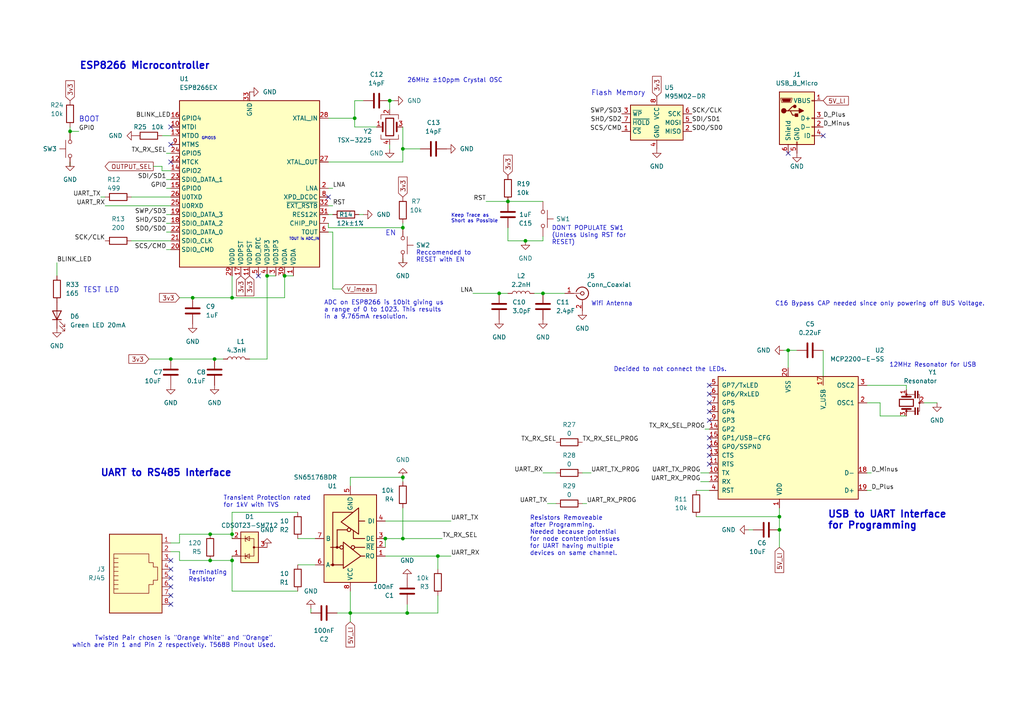
<source format=kicad_sch>
(kicad_sch (version 20230121) (generator eeschema)
  (paper "A4")
  (title_block (title "Local Interface Communication Circuit"))
  (lib_symbols
    (symbol "Connector:Conn_Coaxial" (pin_names (offset 1.016) hide)
      (property "Reference" "J" (at 0.254 3.048 0))
      (property "Value" "Conn_Coaxial" (at 2.921 0 90))
      (symbol "Conn_Coaxial_0_1"
        (arc (start -1.778 -0.508) (mid 0.2311 -1.8066) (end 1.778 0) (stroke (width 0.254)))
        (polyline (pts (xy -2.54 0) (xy -0.508 0)))
        (polyline (pts (xy 0 -2.54) (xy 0 -1.778)))
        (circle (center 0 0) (radius 0.508) (stroke (width 0.2032)))
        (arc (start 1.778 0) (mid 0.2099 1.8101) (end -1.778 0.508) (stroke (width 0.254)))
      )
      (symbol "Conn_Coaxial_1_1"
        (pin passive line (at -5.08 0 0) (length 2.54) (name "In") (number "1"))
        (pin passive line (at 0 -5.08 90) (length 2.54) (name "Ext") (number "2"))
      )
    )
    (symbol "Connector:RJ45" (pin_names (offset 1.016))
      (property "Reference" "J" (at -5.08 13.97 0))
      (property "Value" "RJ45" (at 2.54 13.97 0))
      (symbol "RJ45_0_1"
        (polyline (pts (xy -5.08 4.445) (xy -6.35 4.445)))
        (polyline (pts (xy -5.08 5.715) (xy -6.35 5.715)))
        (polyline (pts (xy -6.35 -3.175) (xy -5.08 -3.175) (xy -5.08 -3.175)))
        (polyline (pts (xy -6.35 -1.905) (xy -5.08 -1.905) (xy -5.08 -1.905)))
        (polyline (pts (xy -6.35 -0.635) (xy -5.08 -0.635) (xy -5.08 -0.635)))
        (polyline (pts (xy -6.35 0.635) (xy -5.08 0.635) (xy -5.08 0.635)))
        (polyline (pts (xy -6.35 1.905) (xy -5.08 1.905) (xy -5.08 1.905)))
        (polyline (pts (xy -5.08 3.175) (xy -6.35 3.175) (xy -6.35 3.175)))
        (polyline (pts (xy -6.35 -4.445) (xy -6.35 6.985) (xy 3.81 6.985) (xy 3.81 4.445) (xy 5.08 4.445) (xy 5.08 3.175) (xy 6.35 3.175) (xy 6.35 -0.635) (xy 5.08 -0.635) (xy 5.08 -1.905) (xy 3.81 -1.905) (xy 3.81 -4.445) (xy -6.35 -4.445) (xy -6.35 -4.445)))
        (rectangle (start 7.62 12.7) (end -7.62 -10.16) (stroke (width 0.254)) (fill (type background)))
      )
      (symbol "RJ45_1_1"
        (pin passive line (at 10.16 -7.62 180) (length 2.54) (name "~") (number "1"))
        (pin passive line (at 10.16 -5.08 180) (length 2.54) (name "~") (number "2"))
        (pin passive line (at 10.16 -2.54 180) (length 2.54) (name "~") (number "3"))
        (pin passive line (at 10.16 0 180) (length 2.54) (name "~") (number "4"))
        (pin passive line (at 10.16 2.54 180) (length 2.54) (name "~") (number "5"))
        (pin passive line (at 10.16 5.08 180) (length 2.54) (name "~") (number "6"))
        (pin passive line (at 10.16 7.62 180) (length 2.54) (name "~") (number "7"))
        (pin passive line (at 10.16 10.16 180) (length 2.54) (name "~") (number "8"))
      )
    )
    (symbol "Connector:USB_B_Micro" (pin_names (offset 1.016))
      (property "Reference" "J" (at -5.08 11.43 0))
      (property "Value" "USB_B_Micro" (at -5.08 8.89 0))
      (symbol "USB_B_Micro_0_1"
        (rectangle (start -5.08 -7.62) (end 5.08 7.62) (stroke (width 0.254)) (fill (type background)))
        (circle (center -3.81 2.159) (radius 0.635) (stroke (width 0.254)) (fill (type outline)))
        (circle (center -0.635 3.429) (radius 0.381) (stroke (width 0.254)) (fill (type outline)))
        (rectangle (start -0.127 -7.62) (end 0.127 -6.858))
        (polyline (pts (xy -1.905 2.159) (xy 0.635 2.159)) (stroke (width 0.254)))
        (polyline (pts (xy -3.175 2.159) (xy -2.54 2.159) (xy -1.27 3.429) (xy -0.635 3.429)) (stroke (width 0.254)))
        (polyline (pts (xy -2.54 2.159) (xy -1.905 2.159) (xy -1.27 0.889) (xy 0 0.889)) (stroke (width 0.254)))
        (polyline (pts (xy 0.635 2.794) (xy 0.635 1.524) (xy 1.905 2.159) (xy 0.635 2.794)) (stroke (width 0.254)) (fill (type outline)))
        (polyline (pts (xy -4.318 5.588) (xy -1.778 5.588) (xy -2.032 4.826) (xy -4.064 4.826) (xy -4.318 5.588)) (fill (type outline)))
        (polyline (pts (xy -4.699 5.842) (xy -4.699 5.588) (xy -4.445 4.826) (xy -4.445 4.572) (xy -1.651 4.572) (xy -1.651 4.826) (xy -1.397 5.588) (xy -1.397 5.842) (xy -4.699 5.842)))
        (rectangle (start 0.254 1.27) (end -0.508 0.508) (stroke (width 0.254)) (fill (type outline)))
        (rectangle (start 5.08 -5.207) (end 4.318 -4.953))
        (rectangle (start 5.08 -2.667) (end 4.318 -2.413))
        (rectangle (start 5.08 -0.127) (end 4.318 0.127))
        (rectangle (start 5.08 4.953) (end 4.318 5.207))
      )
      (symbol "USB_B_Micro_1_1"
        (pin power_out line (at 7.62 5.08 180) (length 2.54) (name "VBUS") (number "1"))
        (pin bidirectional line (at 7.62 -2.54 180) (length 2.54) (name "D-") (number "2"))
        (pin bidirectional line (at 7.62 0 180) (length 2.54) (name "D+") (number "3"))
        (pin passive line (at 7.62 -5.08 180) (length 2.54) (name "ID") (number "4"))
        (pin power_out line (at 0 -10.16 90) (length 2.54) (name "GND") (number "5"))
        (pin passive line (at -2.54 -10.16 90) (length 2.54) (name "Shield") (number "6"))
      )
    )
    (symbol "Device:C" (pin_numbers hide) (pin_names (offset 0.254))
      (property "Reference" "C" (at 0.635 2.54 0))
      (property "Value" "C" (at 0.635 -2.54 0))
      (symbol "C_0_1"
        (polyline (pts (xy -2.032 -0.762) (xy 2.032 -0.762)) (stroke (width 0.508)))
        (polyline (pts (xy -2.032 0.762) (xy 2.032 0.762)) (stroke (width 0.508)))
      )
      (symbol "C_1_1"
        (pin passive line (at 0 3.81 270) (length 2.794) (name "~") (number "1"))
        (pin passive line (at 0 -3.81 90) (length 2.794) (name "~") (number "2"))
      )
    )
    (symbol "Device:Crystal_GND24" (pin_names (offset 1.016) hide)
      (property "Reference" "Y" (at 3.175 5.08 0))
      (property "Value" "Crystal_GND24" (at 3.175 3.175 0))
      (symbol "Crystal_GND24_0_1"
        (rectangle (start -1.143 2.54) (end 1.143 -2.54) (stroke (width 0.3048)))
        (polyline (pts (xy -2.54 0) (xy -2.032 0)))
        (polyline (pts (xy -2.032 -1.27) (xy -2.032 1.27)) (stroke (width 0.508)))
        (polyline (pts (xy 0 -3.81) (xy 0 -3.556)))
        (polyline (pts (xy 0 3.556) (xy 0 3.81)))
        (polyline (pts (xy 2.032 -1.27) (xy 2.032 1.27)) (stroke (width 0.508)))
        (polyline (pts (xy 2.032 0) (xy 2.54 0)))
        (polyline (pts (xy -2.54 -2.286) (xy -2.54 -3.556) (xy 2.54 -3.556) (xy 2.54 -2.286)))
        (polyline (pts (xy -2.54 2.286) (xy -2.54 3.556) (xy 2.54 3.556) (xy 2.54 2.286)))
      )
      (symbol "Crystal_GND24_1_1"
        (pin passive line (at -3.81 0 0) (length 1.27) (name "1") (number "1"))
        (pin passive line (at 0 5.08 270) (length 1.27) (name "2") (number "2"))
        (pin passive line (at 3.81 0 180) (length 1.27) (name "3") (number "3"))
        (pin passive line (at 0 -5.08 90) (length 1.27) (name "4") (number "4"))
      )
    )
    (symbol "Device:L" (pin_numbers hide) (pin_names (offset 1.016) hide)
      (property "Reference" "L" (at -1.27 0 90))
      (property "Value" "L" (at 1.905 0 90))
      (symbol "L_0_1"
        (arc (start 0 -2.54) (mid 0.6323 -1.905) (end 0 -1.27))
        (arc (start 0 -1.27) (mid 0.6323 -0.635) (end 0 0))
        (arc (start 0 0) (mid 0.6323 0.635) (end 0 1.27))
        (arc (start 0 1.27) (mid 0.6323 1.905) (end 0 2.54))
      )
      (symbol "L_1_1"
        (pin passive line (at 0 3.81 270) (length 1.27) (name "1") (number "1"))
        (pin passive line (at 0 -3.81 90) (length 1.27) (name "2") (number "2"))
      )
    )
    (symbol "Device:LED" (pin_numbers hide) (pin_names (offset 1.016) hide)
      (property "Reference" "D" (at 0 2.54 0))
      (property "Value" "LED" (at 0 -2.54 0))
      (symbol "LED_0_1"
        (polyline (pts (xy -1.27 -1.27) (xy -1.27 1.27)) (stroke (width 0.254)))
        (polyline (pts (xy -1.27 0) (xy 1.27 0)))
        (polyline (pts (xy 1.27 -1.27) (xy 1.27 1.27) (xy -1.27 0) (xy 1.27 -1.27)) (stroke (width 0.254)))
        (polyline (pts (xy -3.048 -0.762) (xy -4.572 -2.286) (xy -3.81 -2.286) (xy -4.572 -2.286) (xy -4.572 -1.524)))
        (polyline (pts (xy -1.778 -0.762) (xy -3.302 -2.286) (xy -2.54 -2.286) (xy -3.302 -2.286) (xy -3.302 -1.524)))
      )
      (symbol "LED_1_1"
        (pin passive line (at -3.81 0 0) (length 2.54) (name "K") (number "1"))
        (pin passive line (at 3.81 0 180) (length 2.54) (name "A") (number "2"))
      )
    )
    (symbol "Device:R" (pin_numbers hide) (pin_names (offset 0))
      (property "Reference" "R" (at 2.032 0 90))
      (property "Value" "R" (at 0 0 90))
      (symbol "R_0_1"
        (rectangle (start -1.016 -2.54) (end 1.016 2.54) (stroke (width 0.254)))
      )
      (symbol "R_1_1"
        (pin passive line (at 0 3.81 270) (length 1.27) (name "~") (number "1"))
        (pin passive line (at 0 -3.81 90) (length 1.27) (name "~") (number "2"))
      )
    )
    (symbol "Device:Resonator" (pin_names (offset 1.016) hide)
      (property "Reference" "Y" (at 0 5.715 0))
      (property "Value" "Resonator" (at 0 3.81 0))
      (symbol "Resonator_0_1"
        (rectangle (start -3.429 -3.175) (end -1.397 -3.429) (fill (type outline)))
        (rectangle (start -3.429 -2.413) (end -1.397 -2.667) (fill (type outline)))
        (circle (center -2.413 0) (radius 0.254) (fill (type outline)))
        (rectangle (start -1.016 2.032) (end 1.016 -2.032) (stroke (width 0.3048)))
        (circle (center 0 -3.81) (radius 0.254) (fill (type outline)))
        (polyline (pts (xy -2.413 -2.413) (xy -2.413 0)))
        (polyline (pts (xy -1.905 0) (xy -3.175 0)))
        (polyline (pts (xy -1.778 -1.27) (xy -1.778 1.27)) (stroke (width 0.508)))
        (polyline (pts (xy 1.778 -1.27) (xy 1.778 1.27)) (stroke (width 0.508)))
        (polyline (pts (xy 1.905 0) (xy 2.54 0)))
        (polyline (pts (xy 2.413 0) (xy 2.413 -2.54)))
        (polyline (pts (xy 2.413 -3.302) (xy 2.413 -3.81) (xy -2.413 -3.81) (xy -2.413 -3.302)))
        (rectangle (start 1.397 -3.175) (end 3.429 -3.429) (fill (type outline)))
        (rectangle (start 1.397 -2.413) (end 3.429 -2.667) (fill (type outline)))
        (circle (center 2.413 0) (radius 0.254) (fill (type outline)))
      )
      (symbol "Resonator_1_1"
        (pin passive line (at -3.81 0 0) (length 1.27) (name "1") (number "1"))
        (pin passive line (at 0 -5.08 90) (length 1.27) (name "2") (number "2"))
        (pin passive line (at 3.81 0 180) (length 1.27) (name "3") (number "3"))
      )
    )
    (symbol "Interface_UART:LT1785AxN8"
      (property "Reference" "U1" (at 2.1941 17.78 0))
      (property "Value" "LT1785AxN8" (at 2.1941 15.24 0))
      (symbol "LT1785AxN8_0_1"
        (rectangle (start -7.62 12.7) (end 7.62 -12.7) (stroke (width 0.254)) (fill (type background)))
      )
      (symbol "LT1785AxN8_1_1"
        (circle (center -0.762 2.54) (radius 0.508) (stroke (width 0.254)))
        (polyline (pts (xy -4.191 2.54) (xy -1.27 2.54)) (stroke (width 0.254)))
        (polyline (pts (xy -2.54 -5.08) (xy -4.191 -5.08)) (stroke (width 0.254)))
        (polyline (pts (xy -0.635 -7.62) (xy 5.08 -7.62)) (stroke (width 0.254)))
        (polyline (pts (xy 0.889 -2.54) (xy 3.81 -2.54)) (stroke (width 0.254)))
        (polyline (pts (xy 2.032 7.62) (xy 5.715 7.62)) (stroke (width 0.254)))
        (polyline (pts (xy 3.048 2.54) (xy 5.715 2.54)) (stroke (width 0.254)))
        (polyline (pts (xy 3.81 -2.54) (xy 3.81 2.54)) (stroke (width 0.254)))
        (polyline (pts (xy 5.08 -7.62) (xy 5.08 7.62)) (stroke (width 0.254)))
        (polyline (pts (xy -4.191 0) (xy -0.889 0) (xy -0.889 -2.286)) (stroke (width 0.254)))
        (polyline (pts (xy -3.175 5.08) (xy -4.191 5.08) (xy -4.064 5.08)) (stroke (width 0.254)))
        (polyline (pts (xy -2.413 -5.08) (xy -2.413 -1.27) (xy 2.667 -4.826) (xy -2.413 -8.89) (xy -2.413 -5.08)) (stroke (width 0.254)))
        (polyline (pts (xy 2.032 4.826) (xy 2.032 8.636) (xy -3.048 5.08) (xy 2.032 1.016) (xy 2.032 4.826)) (stroke (width 0.254)))
        (circle (center 0.381 -2.54) (radius 0.508) (stroke (width 0.254)))
        (circle (center 2.54 2.54) (radius 0.508) (stroke (width 0.254)))
        (circle (center 3.81 2.54) (radius 0.2794) (stroke (width 0.254)) (fill (type outline)))
        (circle (center 5.08 7.62) (radius 0.2794) (stroke (width 0.254)) (fill (type outline)))
        (pin output line (at -10.16 5.08 0) (length 2.54) (name "RO") (number "1"))
        (pin input line (at -10.16 2.54 0) (length 2.54) (name "~{RE}") (number "2"))
        (pin input line (at -10.16 0 0) (length 2.54) (name "DE") (number "3"))
        (pin input line (at -10.16 -5.08 0) (length 2.54) (name "DI") (number "4"))
        (pin power_in line (at 0 -15.24 90) (length 2.54) (name "GND") (number "5"))
        (pin bidirectional line (at 10.16 7.62 180) (length 2.54) (name "A") (number "6"))
        (pin bidirectional line (at 10.16 0 180) (length 2.54) (name "B") (number "7"))
        (pin power_in line (at 0 15.24 270) (length 2.54) (name "VCC") (number "8"))
      )
    )
    (symbol "Interface_USB:MCP2200-E-SS" (pin_names (offset 1.016))
      (property "Reference" "U2" (at 20.32 -24.13 0))
      (property "Value" "MCP2200-E-SS" (at 20.32 -21.59 0))
      (symbol "MCP2200-E-SS_0_1"
        (rectangle (start -20.32 17.78) (end 20.32 -17.78) (stroke (width 0.254)) (fill (type background)))
      )
      (symbol "MCP2200-E-SS_1_1"
        (pin power_in line (at -2.54 20.32 270) (length 2.54) (name "VDD") (number "1"))
        (pin output line (at -22.86 10.16 0) (length 2.54) (name "TX") (number "10"))
        (pin output line (at -22.86 7.62 0) (length 2.54) (name "RTS") (number "11"))
        (pin input line (at -22.86 12.7 0) (length 2.54) (name "RX") (number "12"))
        (pin input line (at -22.86 5.08 0) (length 2.54) (name "CTS") (number "13"))
        (pin bidirectional line (at -22.86 -2.54 0) (length 2.54) (name "GP2") (number "14"))
        (pin bidirectional line (at -22.86 0 0) (length 2.54) (name "GP1/USB-CFG") (number "15"))
        (pin bidirectional line (at -22.86 2.54 0) (length 2.54) (name "GP0/SSPND") (number "16"))
        (pin power_in line (at 10.16 -17.78 90) (length 2.54) (name "V_USB") (number "17"))
        (pin bidirectional line (at 22.86 10.16 180) (length 2.54) (name "D-") (number "18"))
        (pin bidirectional line (at 22.86 15.24 180) (length 2.54) (name "D+") (number "19"))
        (pin input line (at 22.86 -10.16 180) (length 2.54) (name "OSC1") (number "2"))
        (pin power_in line (at 0 -20.32 90) (length 2.54) (name "VSS") (number "20"))
        (pin output line (at 22.86 -15.24 180) (length 2.54) (name "OSC2") (number "3"))
        (pin input line (at -22.86 15.24 0) (length 2.54) (name "RST") (number "4"))
        (pin bidirectional line (at -22.86 -15.24 0) (length 2.54) (name "GP7/TxLED") (number "5"))
        (pin bidirectional line (at -22.86 -12.7 0) (length 2.54) (name "GP6/RxLED") (number "6"))
        (pin bidirectional line (at -22.86 -10.16 0) (length 2.54) (name "GP5") (number "7"))
        (pin bidirectional line (at -22.86 -7.62 0) (length 2.54) (name "GP4") (number "8"))
        (pin bidirectional line (at -22.86 -5.08 0) (length 2.54) (name "GP3") (number "9"))
      )
    )
    (symbol "MCU_Espressif:ESP8266EX"
      (property "Reference" "U" (at 0 2.54 0))
      (property "Value" "ESP8266EX" (at 0 -2.54 0))
      (symbol "ESP8266EX_0_1"
        (rectangle (start -20.32 22.86) (end 20.32 -25.4) (stroke (width 0.254)) (fill (type background)))
      )
      (symbol "ESP8266EX_1_1"
        (pin power_in line (at -12.7 25.4 270) (length 2.54) (name "VDDA") (number "1"))
        (pin bidirectional line (at 22.86 -17.78 180) (length 2.54) (name "MTDI") (number "10"))
        (pin power_in line (at 0 25.4 270) (length 2.54) (name "VDDPST") (number "11"))
        (pin bidirectional line (at 22.86 -7.62 180) (length 2.54) (name "MTCK") (number "12"))
        (pin bidirectional line (at 22.86 -15.24 180) (length 2.54) (name "MTDO") (number "13"))
        (pin bidirectional line (at 22.86 -5.08 180) (length 2.54) (name "GPIO2") (number "14"))
        (pin bidirectional line (at 22.86 0 180) (length 2.54) (name "GPIO0") (number "15"))
        (pin bidirectional line (at 22.86 -20.32 180) (length 2.54) (name "GPIO4") (number "16"))
        (pin power_in line (at 2.54 25.4 270) (length 2.54) (name "VDDPST") (number "17"))
        (pin bidirectional line (at 22.86 10.16 180) (length 2.54) (name "SDIO_DATA_2") (number "18"))
        (pin bidirectional line (at 22.86 7.62 180) (length 2.54) (name "SDIO_DATA_3") (number "19"))
        (pin bidirectional line (at -22.86 0 0) (length 2.54) (name "LNA") (number "2"))
        (pin bidirectional line (at 22.86 17.78 180) (length 2.54) (name "SDIO_CMD") (number "20"))
        (pin bidirectional line (at 22.86 15.24 180) (length 2.54) (name "SDIO_CLK") (number "21"))
        (pin bidirectional line (at 22.86 12.7 180) (length 2.54) (name "SDIO_DATA_0") (number "22"))
        (pin bidirectional line (at 22.86 -2.54 180) (length 2.54) (name "SDIO_DATA_1") (number "23"))
        (pin bidirectional line (at 22.86 -10.16 180) (length 2.54) (name "GPIO5") (number "24"))
        (pin bidirectional line (at 22.86 5.08 180) (length 2.54) (name "U0RXD") (number "25"))
        (pin bidirectional line (at 22.86 2.54 180) (length 2.54) (name "U0TXD") (number "26"))
        (pin bidirectional line (at -22.86 -7.62 0) (length 2.54) (name "XTAL_OUT") (number "27"))
        (pin bidirectional line (at -22.86 -20.32 0) (length 2.54) (name "XTAL_IN") (number "28"))
        (pin power_in line (at 5.08 25.4 270) (length 2.54) (name "VDDD") (number "29"))
        (pin power_in line (at -7.62 25.4 270) (length 2.54) (name "VDD3P3") (number "3"))
        (pin power_in line (at -10.16 25.4 270) (length 2.54) (name "VDDA") (number "30"))
        (pin input line (at -22.86 7.62 0) (length 2.54) (name "RES12K") (number "31"))
        (pin input line (at -22.86 5.08 0) (length 2.54) (name "~{EXT_RSTB}") (number "32"))
        (pin power_in line (at 0 -27.94 90) (length 2.54) (name "GND") (number "33"))
        (pin power_in line (at -5.08 25.4 270) (length 2.54) (name "VDD3P3") (number "4"))
        (pin power_in line (at -2.54 25.4 270) (length 2.54) (name "VDD_RTC") (number "5"))
        (pin input line (at -22.86 12.7 0) (length 2.54) (name "TOUT") (number "6"))
        (pin input line (at -22.86 10.16 0) (length 2.54) (name "CHIP_PU") (number "7"))
        (pin bidirectional line (at -22.86 2.54 0) (length 2.54) (name "XPD_DCDC") (number "8"))
        (pin bidirectional line (at 22.86 -12.7 180) (length 2.54) (name "MTMS") (number "9"))
      )
    )
    (symbol "Memory_EEPROM:CAT250xxx-HU4"
      (property "Reference" "U" (at -7.62 6.35 0))
      (property "Value" "CAT250xxx-HU4" (at 2.54 -6.35 0))
      (symbol "CAT250xxx-HU4_1_1"
        (rectangle (start -7.62 5.08) (end 7.62 -5.08) (stroke (width 0.254)) (fill (type background)))
        (pin input line (at -10.16 -2.54 0) (length 2.54) (name "~{CS}") (number "1"))
        (pin tri_state line (at 10.16 -2.54 180) (length 2.54) (name "MISO") (number "2"))
        (pin input line (at -10.16 2.54 0) (length 2.54) (name "~{WP}") (number "3"))
        (pin power_in line (at 0 -7.62 90) (length 2.54) (name "GND") (number "4"))
        (pin input line (at 10.16 0 180) (length 2.54) (name "MOSI") (number "5"))
        (pin input line (at 10.16 2.54 180) (length 2.54) (name "SCK") (number "6"))
        (pin input line (at -10.16 0 0) (length 2.54) (name "~{HOLD}") (number "7"))
        (pin power_in line (at 0 7.62 270) (length 2.54) (name "VCC") (number "8"))
        (pin passive line (at 0 -7.62 90) (length 2.54) hide (name "GND") (number "9"))
      )
    )
    (symbol "Power_Protection:SP0502BAHT" (pin_names hide)
      (property "Reference" "D" (at 5.715 2.54 0))
      (property "Value" "SP0502BAHT" (at 5.715 0.635 0))
      (symbol "SP0502BAHT_0_0"
        (pin passive line (at 0 -5.08 90) (length 2.54) (name "A") (number "3"))
      )
      (symbol "SP0502BAHT_0_1"
        (rectangle (start -4.445 2.54) (end 4.445 -2.54) (stroke (width 0.254)) (fill (type background)))
        (circle (center 0 -1.27) (radius 0.254) (fill (type outline)))
        (polyline (pts (xy -2.54 2.54) (xy -2.54 1.27)))
        (polyline (pts (xy 0 -1.27) (xy 0 -2.54)))
        (polyline (pts (xy 2.54 2.54) (xy 2.54 1.27)))
        (polyline (pts (xy -3.302 1.016) (xy -3.302 1.27) (xy -1.905 1.27) (xy -1.778 1.27)))
        (polyline (pts (xy -2.54 1.27) (xy -2.54 -1.27) (xy 2.54 -1.27) (xy 2.54 1.27)))
        (polyline (pts (xy -2.54 1.27) (xy -1.905 0) (xy -3.175 0) (xy -2.54 1.27)))
        (polyline (pts (xy 1.778 1.016) (xy 1.778 1.27) (xy 3.175 1.27) (xy 3.302 1.27)))
        (polyline (pts (xy 2.54 1.27) (xy 1.905 0) (xy 3.175 0) (xy 2.54 1.27)))
      )
      (symbol "SP0502BAHT_1_1"
        (pin passive line (at -2.54 5.08 270) (length 2.54) (name "K") (number "1"))
        (pin passive line (at 2.54 5.08 270) (length 2.54) (name "K") (number "2"))
      )
    )
    (symbol "Switch:SW_Push" (pin_numbers hide) (pin_names (offset 1.016) hide)
      (property "Reference" "SW" (at 1.27 2.54 0))
      (property "Value" "SW_Push" (at 0 -1.524 0))
      (symbol "SW_Push_0_1"
        (circle (center -2.032 0) (radius 0.508))
        (polyline (pts (xy 0 1.27) (xy 0 3.048)))
        (polyline (pts (xy 2.54 1.27) (xy -2.54 1.27)))
        (circle (center 2.032 0) (radius 0.508))
        (pin passive line (at -5.08 0 0) (length 2.54) (name "1") (number "1"))
        (pin passive line (at 5.08 0 180) (length 2.54) (name "2") (number "2"))
      )
    )
    (symbol "power:GND" (power) (pin_names (offset 0))
      (property "Value" "GND" (at 0 -3.81 0))
      (symbol "GND_0_1"
        (polyline (pts (xy 0 0) (xy 0 -1.27) (xy 1.27 -1.27) (xy 0 -2.54) (xy -1.27 -1.27) (xy 0 -1.27)))
      )
      (symbol "GND_1_1"
        (pin power_in line (at 0 0 270) (length 0) hide (name "GND") (number "1"))
      )
    )
  )
  (junction (at 157.48 85.09))
  (junction (at 60.96 162.56))
  (junction (at 82.55 80.01))
  (junction (at 152.4 69.85))
  (junction (at 118.11 177.8))
  (junction (at 20.32 38.1))
  (junction (at 226.06 149.86))
  (junction (at 67.31 154.94))
  (junction (at 226.06 153.67))
  (junction (at 77.47 80.01))
  (junction (at 116.84 66.04))
  (junction (at 116.84 156.21))
  (junction (at 67.31 162.56))
  (junction (at 147.32 58.42))
  (junction (at 127 161.29))
  (junction (at 116.84 138.43))
  (junction (at 111.76 156.21))
  (junction (at 101.6 177.8))
  (junction (at 55.88 86.36))
  (junction (at 49.53 104.14))
  (junction (at 144.78 85.09))
  (junction (at 60.96 154.94))
  (junction (at 116.84 43.18))
  (junction (at 62.23 104.14))
  (junction (at 228.6 101.6))
  (junction (at 67.31 86.36))
  (junction (at 113.03 29.21))
  (junction (at 102.87 34.29))
  (no_connect (at 49.53 165.1))
  (no_connect (at 49.53 46.99))
  (no_connect (at 49.53 170.18))
  (no_connect (at 205.74 134.62))
  (no_connect (at 74.93 80.01))
  (no_connect (at 95.25 57.15))
  (no_connect (at 49.53 172.72))
  (no_connect (at 49.53 162.56))
  (no_connect (at 49.53 41.91))
  (no_connect (at 238.76 39.37))
  (no_connect (at 205.74 116.84))
  (no_connect (at 205.74 119.38))
  (no_connect (at 49.53 175.26))
  (no_connect (at 205.74 114.3))
  (no_connect (at 205.74 111.76))
  (no_connect (at 205.74 121.92))
  (no_connect (at 49.53 167.64))
  (no_connect (at 205.74 129.54))
  (no_connect (at 205.74 132.08))
  (no_connect (at 228.6 44.45))
  (no_connect (at 49.53 36.83))
  (no_connect (at 205.74 127))
  (wire (pts (xy 137.16 85.09) (xy 144.78 85.09)))
  (wire (pts (xy 20.32 38.1) (xy 22.86 38.1)))
  (wire (pts (xy 170.18 146.05) (xy 168.91 146.05)))
  (wire (pts (xy 154.94 85.09) (xy 157.48 85.09)))
  (wire (pts (xy 86.36 171.45) (xy 67.31 171.45)))
  (wire (pts (xy 105.41 62.23) (xy 104.14 62.23)))
  (wire (pts (xy 29.21 57.15) (xy 30.48 57.15)))
  (wire (pts (xy 52.07 162.56) (xy 52.07 160.02)))
  (wire (pts (xy 130.81 151.13) (xy 111.76 151.13)))
  (wire (pts (xy 228.6 101.6) (xy 228.6 106.68)))
  (wire (pts (xy 255.27 120.65) (xy 255.27 116.84)))
  (wire (pts (xy 52.07 86.36) (xy 55.88 86.36)))
  (wire (pts (xy 48.26 64.77) (xy 49.53 64.77)))
  (wire (pts (xy 252.73 137.16) (xy 251.46 137.16)))
  (wire (pts (xy 130.81 161.29) (xy 127 161.29)))
  (wire (pts (xy 91.44 163.83) (xy 86.36 163.83)))
  (wire (pts (xy 205.74 142.24) (xy 201.93 142.24)))
  (wire (pts (xy 77.47 80.01) (xy 80.01 80.01)))
  (wire (pts (xy 157.48 68.58) (xy 157.48 69.85)))
  (wire (pts (xy 46.99 48.26) (xy 46.99 49.53)))
  (wire (pts (xy 48.26 62.23) (xy 49.53 62.23)))
  (wire (pts (xy 127 165.1) (xy 127 161.29)))
  (wire (pts (xy 96.52 62.23) (xy 95.25 62.23)))
  (wire (pts (xy 95.25 67.31) (xy 96.52 67.31)))
  (wire (pts (xy 158.75 146.05) (xy 161.29 146.05)))
  (wire (pts (xy 116.84 139.7) (xy 116.84 138.43)))
  (wire (pts (xy 116.84 43.18) (xy 121.92 43.18)))
  (wire (pts (xy 46.99 39.37) (xy 49.53 39.37)))
  (wire (pts (xy 91.44 156.21) (xy 86.36 156.21)))
  (wire (pts (xy 20.32 48.26) (xy 20.32 46.99)))
  (wire (pts (xy 114.3 29.21) (xy 113.03 29.21)))
  (wire (pts (xy 228.6 101.6) (xy 227.33 101.6)))
  (wire (pts (xy 85.09 80.01) (xy 82.55 80.01)))
  (wire (pts (xy 55.88 86.36) (xy 67.31 86.36)))
  (wire (pts (xy 62.23 104.14) (xy 49.53 104.14)))
  (wire (pts (xy 252.73 142.24) (xy 251.46 142.24)))
  (wire (pts (xy 111.76 158.75) (xy 111.76 156.21)))
  (wire (pts (xy 67.31 148.59) (xy 67.31 154.94)))
  (wire (pts (xy 262.89 111.76) (xy 251.46 111.76)))
  (wire (pts (xy 171.45 137.16) (xy 168.91 137.16)))
  (wire (pts (xy 113.03 41.91) (xy 113.03 43.18)))
  (wire (pts (xy 113.03 29.21) (xy 113.03 31.75)))
  (wire (pts (xy 101.6 177.8) (xy 97.79 177.8)))
  (wire (pts (xy 60.96 162.56) (xy 52.07 162.56)))
  (wire (pts (xy 90.17 177.8) (xy 90.17 176.53)))
  (wire (pts (xy 226.06 149.86) (xy 226.06 153.67)))
  (wire (pts (xy 147.32 69.85) (xy 147.32 66.04)))
  (wire (pts (xy 96.52 83.82) (xy 99.06 83.82)))
  (wire (pts (xy 128.27 156.21) (xy 116.84 156.21)))
  (wire (pts (xy 96.52 59.69) (xy 95.25 59.69)))
  (wire (pts (xy 204.47 124.46) (xy 205.74 124.46)))
  (wire (pts (xy 44.45 48.26) (xy 46.99 48.26)))
  (wire (pts (xy 118.11 177.8) (xy 118.11 175.26)))
  (wire (pts (xy 116.84 46.99) (xy 95.25 46.99)))
  (wire (pts (xy 116.84 156.21) (xy 116.84 147.32)))
  (wire (pts (xy 52.07 157.48) (xy 52.07 154.94)))
  (wire (pts (xy 127 177.8) (xy 118.11 177.8)))
  (wire (pts (xy 226.06 158.75) (xy 226.06 153.67)))
  (wire (pts (xy 46.99 49.53) (xy 49.53 49.53)))
  (wire (pts (xy 20.32 36.83) (xy 20.32 38.1)))
  (wire (pts (xy 48.26 54.61) (xy 49.53 54.61)))
  (wire (pts (xy 157.48 137.16) (xy 161.29 137.16)))
  (wire (pts (xy 157.48 58.42) (xy 147.32 58.42)))
  (wire (pts (xy 157.48 85.09) (xy 163.83 85.09)))
  (wire (pts (xy 101.6 177.8) (xy 101.6 171.45)))
  (wire (pts (xy 96.52 54.61) (xy 95.25 54.61)))
  (wire (pts (xy 48.26 44.45) (xy 49.53 44.45)))
  (wire (pts (xy 43.18 104.14) (xy 49.53 104.14)))
  (wire (pts (xy 203.2 137.16) (xy 205.74 137.16)))
  (wire (pts (xy 101.6 138.43) (xy 116.84 138.43)))
  (wire (pts (xy 95.25 34.29) (xy 102.87 34.29)))
  (wire (pts (xy 255.27 116.84) (xy 251.46 116.84)))
  (wire (pts (xy 116.84 66.04) (xy 116.84 64.77)))
  (wire (pts (xy 64.77 104.14) (xy 62.23 104.14)))
  (wire (pts (xy 16.51 76.2) (xy 16.51 80.01)))
  (wire (pts (xy 116.84 43.18) (xy 116.84 46.99)))
  (wire (pts (xy 67.31 86.36) (xy 67.31 80.01)))
  (wire (pts (xy 102.87 36.83) (xy 109.22 36.83)))
  (wire (pts (xy 95.25 66.04) (xy 95.25 64.77)))
  (wire (pts (xy 147.32 85.09) (xy 144.78 85.09)))
  (wire (pts (xy 140.97 58.42) (xy 147.32 58.42)))
  (wire (pts (xy 262.89 120.65) (xy 255.27 120.65)))
  (wire (pts (xy 102.87 29.21) (xy 102.87 34.29)))
  (wire (pts (xy 95.25 66.04) (xy 116.84 66.04)))
  (wire (pts (xy 127 161.29) (xy 111.76 161.29)))
  (wire (pts (xy 238.76 101.6) (xy 238.76 109.22)))
  (wire (pts (xy 67.31 162.56) (xy 60.96 162.56)))
  (wire (pts (xy 60.96 154.94) (xy 52.07 154.94)))
  (wire (pts (xy 96.52 67.31) (xy 96.52 83.82)))
  (wire (pts (xy 111.76 156.21) (xy 116.84 156.21)))
  (wire (pts (xy 127 177.8) (xy 127 172.72)))
  (wire (pts (xy 226.06 147.32) (xy 226.06 149.86)))
  (wire (pts (xy 86.36 148.59) (xy 67.31 148.59)))
  (wire (pts (xy 67.31 86.36) (xy 82.55 86.36)))
  (wire (pts (xy 82.55 80.01) (xy 82.55 86.36)))
  (wire (pts (xy 102.87 34.29) (xy 102.87 36.83)))
  (wire (pts (xy 67.31 171.45) (xy 67.31 162.56)))
  (wire (pts (xy 116.84 76.2) (xy 116.84 74.93)))
  (wire (pts (xy 226.06 149.86) (xy 201.93 149.86)))
  (wire (pts (xy 118.11 177.8) (xy 101.6 177.8)))
  (wire (pts (xy 101.6 140.97) (xy 101.6 138.43)))
  (wire (pts (xy 67.31 154.94) (xy 60.96 154.94)))
  (wire (pts (xy 152.4 69.85) (xy 157.48 69.85)))
  (wire (pts (xy 52.07 157.48) (xy 49.53 157.48)))
  (wire (pts (xy 116.84 36.83) (xy 116.84 43.18)))
  (wire (pts (xy 101.6 180.34) (xy 101.6 177.8)))
  (wire (pts (xy 30.48 59.69) (xy 49.53 59.69)))
  (wire (pts (xy 48.26 72.39) (xy 49.53 72.39)))
  (wire (pts (xy 67.31 154.94) (xy 67.31 156.21)))
  (wire (pts (xy 38.1 69.85) (xy 49.53 69.85)))
  (wire (pts (xy 52.07 160.02) (xy 49.53 160.02)))
  (wire (pts (xy 77.47 104.14) (xy 72.39 104.14)))
  (wire (pts (xy 77.47 80.01) (xy 77.47 104.14)))
  (wire (pts (xy 271.78 116.84) (xy 267.97 116.84)))
  (wire (pts (xy 231.14 101.6) (xy 228.6 101.6)))
  (wire (pts (xy 152.4 69.85) (xy 147.32 69.85)))
  (wire (pts (xy 105.41 29.21) (xy 102.87 29.21)))
  (wire (pts (xy 48.26 67.31) (xy 49.53 67.31)))
  (wire (pts (xy 48.26 52.07) (xy 49.53 52.07)))
  (wire (pts (xy 218.44 153.67) (xy 217.17 153.67)))
  (wire (pts (xy 67.31 162.56) (xy 67.31 161.29)))
  (wire (pts (xy 38.1 57.15) (xy 49.53 57.15)))
  (wire (pts (xy 203.2 139.7) (xy 205.74 139.7)))
  (wire (pts (xy 262.89 113.03) (xy 262.89 111.76)))
  (text "Decided to not connect the LEDs." (at 210.82 107.95 0) (effects (font (size 1.27 1.27)) (justify right bottom)))
  (text "Transient Protection rated\nfor 1kV with TVS" (at 64.77 147.32 0) (effects (font (size 1.27 1.27)) (justify left bottom)))
  (text "TOUT is ADC_IN" (at 83.82 69.85 0) (effects (font (size 0.75 0.75)) (justify left bottom)))
  (text "26MHz ±10ppm Crystal OSC" (at 118.11 24.13 0) (effects (font (size 1.27 1.27)) (justify left bottom)))
  (text "USB to UART Interface\nfor Programming" (at 240.03 153.67 0) (effects (font (size 2 2) (thickness 0.4) bold) (justify left bottom)))
  (text "EN" (at 111.76 68.58 0) (effects (font (size 1.5 1.5)) (justify left bottom)))
  (text "GPIO15" (at 58.42 40.64 0) (effects (font (size 0.75 0.75)) (justify left bottom)))
  (text "Keep Trace as \nShort as Possible" (at 130.81 64.77 0) (effects (font (size 1 1)) (justify left bottom)))
  (text "ADC on ESP8266 is 10bit giving us \na range of 0 to 1023. This results\nin a 9.765mA resolution. " (at 93.98 92.71 0) (effects (font (size 1.27 1.27)) (justify left bottom)))
  (text "UART to RS485 Interface" (at 67.31 138.43 0) (effects (font (size 2 2) (thickness 0.4) bold) (justify right bottom)))
  (text "TEST LED" (at 24.13 85.09 0) (effects (font (size 1.5 1.5)) (justify left bottom)))
  (text "Reccomended to \nRESET with EN" (at 120.65 76.2 0) (effects (font (size 1.27 1.27)) (justify left bottom)))
  (text "C16 Bypass CAP needed since only powering off BUS Voltage." (at 224.79 88.9 0) (effects (font (size 1.27 1.27)) (justify left bottom)))
  (text "12MHz Resonator for USB" (at 283.21 106.68 0) (effects (font (size 1.27 1.27)) (justify right bottom)))
  (text "DON'T POPULATE SW1\n(Unless Using RST for\nRESET)" (at 160.02 71.12 0) (effects (font (size 1.27 1.27)) (justify left bottom)))
  (text "Terminating \nResistor" (at 54.61 168.91 0) (effects (font (size 1.27 1.27)) (justify left bottom)))
  (text "Twisted Pair chosen is \"Orange White\" and \"Orange\" \nwhich are Pin 1 and Pin 2 respectively. T568B Pinout Used." (at 80.01 187.96 0) (effects (font (size 1.27 1.27)) (justify right bottom)))
  (text "Resistors Removeable \nafter Programming.\nNeeded because potential\nfor node contention issues\nfor UART having multiple\ndevices on same channel. " (at 153.67 161.29 0) (effects (font (size 1.27 1.27)) (justify left bottom)))
  (text "ESP8266 Microcontroller" (at 60.96 20.32 0) (effects (font (size 2 2) (thickness 0.4) bold) (justify right bottom)))
  (text "Flash Memory" (at 171.45 27.94 0) (effects (font (size 1.5 1.5)) (justify left bottom)))
  (text "Wifi Antenna" (at 171.45 88.9 0) (effects (font (size 1.27 1.27)) (justify left bottom)))
  (text "BOOT" (at 22.86 35.56 0) (effects (font (size 1.5 1.5)) (justify left bottom)))
  (label "UART_TX" (at 130.81 151.13 0))
  (label "SDI{slash}SD1" (at 200.66 35.56 0))
  (label "SHD{slash}SD2" (at 180.34 35.56 180))
  (label "GPI0" (at 48.26 54.61 180))
  (label "SDO{slash}SD0" (at 200.66 38.1 0))
  (label "SCS{slash}CMD" (at 48.26 72.39 180))
  (label "UART_RX_PROG" (at 203.2 139.7 180))
  (label "SCK{slash}CLK" (at 200.66 33.02 0))
  (label "TX_RX_SEL" (at 161.29 128.27 180))
  (label "TX_RX_SEL" (at 128.27 156.21 0))
  (label "SHD{slash}SD2" (at 48.26 64.77 180))
  (label "BLINK_LED" (at 49.53 34.29 180))
  (label "LNA" (at 137.16 85.09 180))
  (label "UART_RX_PROG" (at 170.18 146.05 0))
  (label "SDO{slash}SD0" (at 48.26 67.31 180))
  (label "TX_RX_SEL_PROG" (at 168.91 128.27 0))
  (label "D_Minus" (at 252.73 137.16 0))
  (label "UART_RX" (at 157.48 137.16 180))
  (label "UART_RX" (at 30.48 59.69 180))
  (label "RST" (at 140.97 58.42 180))
  (label "SCS{slash}CMD" (at 180.34 38.1 180))
  (label "UART_TX_PROG" (at 203.2 137.16 180))
  (label "BLINK_LED" (at 16.51 76.2 0))
  (label "D_Plus" (at 238.76 34.29 0))
  (label "SWP{slash}SD3" (at 48.26 62.23 180))
  (label "TX_RX_SEL_PROG" (at 204.47 124.46 180))
  (label "TX_RX_SEL" (at 48.26 44.45 180))
  (label "GPI0" (at 22.86 38.1 0))
  (label "UART_TX_PROG" (at 171.45 137.16 0))
  (label "SDI{slash}SD1" (at 48.26 52.07 180))
  (label "RST" (at 96.52 59.69 0))
  (label "D_Minus" (at 238.76 36.83 0))
  (label "UART_TX" (at 29.21 57.15 180))
  (label "LNA" (at 96.52 54.61 0))
  (label "UART_RX" (at 130.81 161.29 0))
  (label "SWP{slash}SD3" (at 180.34 33.02 180))
  (label "SCK{slash}CLK" (at 30.48 69.85 180))
  (label "UART_TX" (at 158.75 146.05 180))
  (label "D_Plus" (at 252.73 142.24 0))
  (global_label "3v3" (shape input) (at 72.39 80.01 270) (property "Intersheetrefs" "${INTERSHEET_REFS}" (effects hide)))
  (global_label "3v3" (shape input) (at 52.07 86.36 180) (property "Intersheetrefs" "${INTERSHEET_REFS}" (effects hide)))
  (global_label "5V_LI" (shape input) (at 226.06 158.75 270) (property "Intersheetrefs" "${INTERSHEET_REFS}" (effects hide)))
  (global_label "3v3" (shape input) (at 20.32 29.21 90) (property "Intersheetrefs" "${INTERSHEET_REFS}" (effects hide)))
  (global_label "3v3" (shape input) (at 147.32 50.8 90) (property "Intersheetrefs" "${INTERSHEET_REFS}" (effects hide)))
  (global_label "3v3" (shape input) (at 69.85 80.01 270) (property "Intersheetrefs" "${INTERSHEET_REFS}" (effects hide)))
  (global_label "3v3" (shape input) (at 116.84 57.15 90) (property "Intersheetrefs" "${INTERSHEET_REFS}" (effects hide)))
  (global_label "5V_LI" (shape input) (at 101.6 180.34 270) (property "Intersheetrefs" "${INTERSHEET_REFS}" (effects hide)))
  (global_label "V_imeas" (shape input) (at 99.06 83.82 0) (property "Intersheetrefs" "${INTERSHEET_REFS}" (effects hide)))
  (global_label "OUTPUT_SEL" (shape output) (at 44.45 48.26 180) (property "Intersheetrefs" "${INTERSHEET_REFS}" (effects hide)))
  (global_label "3v3" (shape input) (at 43.18 104.14 180) (property "Intersheetrefs" "${INTERSHEET_REFS}" (effects hide)))
  (global_label "5V_LI" (shape input) (at 238.76 29.21 0) (property "Intersheetrefs" "${INTERSHEET_REFS}" (effects hide)))
  (global_label "3v3" (shape input) (at 190.5 27.94 90) (property "Intersheetrefs" "${INTERSHEET_REFS}" (effects hide)))
  (symbol (lib_id "Device:R") (at 165.1 146.05 90) (unit 1)
    (property "Reference" "R29" (at 165.1 140.97 90))
    (property "Value" "0" (at 165.1 143.51 90))
  )
  (symbol (lib_id "Device:R") (at 60.96 158.75 180) (unit 1)
    (property "Reference" "R5" (at 58.42 160.02 0) (effects (justify left)))
    (property "Value" "120" (at 58.42 157.48 0) (effects (justify left)))
    (instances (project "james_ewing_ee_design_take_home" (path "" (reference "R5") (unit 1)) (path "" (reference "R6") (unit 1))))
  )
  (symbol (lib_id "Device:R") (at 165.1 137.16 90) (unit 1)
    (property "Reference" "R28" (at 165.1 132.08 90))
    (property "Value" "0" (at 165.1 134.62 90))
  )
  (symbol (lib_id "Device:L") (at 68.58 104.14 270) (mirror x) (unit 1)
    (property "Reference" "L1" (at 69.85 99.06 90))
    (property "Value" "4.3nH" (at 68.58 101.6 90))
  )
  (symbol (lib_id "Device:L") (at 151.13 85.09 90) (unit 1)
    (property "Reference" "L2" (at 151.13 80.01 90))
    (property "Value" "2.2nH" (at 151.13 82.55 90))
  )
  (symbol (lib_id "power:GND") (at 118.11 167.64 180) (unit 1)
    (property "Reference" "#PWR03" (effects hide))
    (property "Value" "GND" (at 118.11 162.56 0))
    (instances (project "james_ewing_ee_design_take_home" (path "" (reference "#PWR03") (unit 1)) (path "" (reference "#PWR09") (unit 1))))
  )
  (symbol (lib_id "power:GND") (at 16.51 95.25 0) (unit 1)
    (property "Reference" "#PWR044" (effects hide))
    (property "Value" "GND" (at 16.51 100.33 0))
  )
  (symbol (lib_id "Switch:SW_Push") (at 157.48 63.5 270) (unit 1)
    (property "Reference" "SW1" (at 161.29 63.5 90) (effects (justify left)))
    (property "Value" "RST" (effects hide))
  )
  (symbol (lib_id "power:GND") (at 113.03 43.18 0) (unit 1)
    (property "Reference" "#PWR025" (effects hide))
    (property "Value" "GND" (at 109.22 44.45 0))
  )
  (symbol (lib_id "MCU_Espressif:ESP8266EX") (at 72.39 54.61 180) (unit 1)
    (property "Reference" "U1" (at 52.07 22.86 0) (effects (justify right)))
    (property "Value" "ESP8266EX" (at 52.07 25.4 0) (effects (justify right)))
    (property "Footprint" "Package_DFN_QFN:QFN-32-1EP_5x5mm_P0.5mm_EP3.45x3.45mm" (effects hide))
    (property "Datasheet" "http://espressif.com/sites/default/files/documentation/0a-esp8266ex_datasheet_en.pdf" (effects hide))
  )
  (symbol (lib_id "Connector:Conn_Coaxial") (at 168.91 85.09 0) (unit 1)
    (property "Reference" "J5" (at 170.18 80.01 0) (effects (justify left)))
    (property "Value" "Conn_Coaxial" (at 170.18 82.55 0) (effects (justify left)))
    (property "Datasheet" " ~" (effects hide))
  )
  (symbol (lib_id "power:GND") (at 105.41 62.23 90) (unit 1)
    (property "Reference" "#PWR021" (effects hide))
    (property "Value" "GND" (at 109.22 62.23 90) (effects (justify right)))
  )
  (symbol (lib_id "power:GND") (at 190.5 43.18 0) (unit 1)
    (property "Reference" "#PWR022" (effects hide))
    (property "Value" "GND" (at 190.5 48.26 0))
  )
  (symbol (lib_id "Device:R") (at 116.84 60.96 180) (unit 1)
    (property "Reference" "R7" (at 120.65 58.42 0))
    (property "Value" "10k" (at 120.65 60.96 0))
  )
  (symbol (lib_id "Device:R") (at 147.32 54.61 0) (unit 1)
    (property "Reference" "R19" (at 149.86 53.34 0) (effects (justify left)))
    (property "Value" "10k" (at 149.86 55.88 0) (effects (justify left)))
  )
  (symbol (lib_id "Device:R") (at 86.36 152.4 0) (unit 1)
    (property "Reference" "R2" (at 83.82 153.67 0) (effects (justify right)))
    (property "Value" "10" (at 83.82 151.13 0) (effects (justify right)))
    (instances (project "james_ewing_ee_design_take_home" (path "" (reference "R2") (unit 1)) (path "" (reference "R4") (unit 1))))
  )
  (symbol (lib_id "power:GND") (at 271.78 116.84 0) (mirror y) (unit 1)
    (property "Reference" "#PWR08" (effects hide))
    (property "Value" "GND" (at 271.78 121.92 0))
    (instances (project "james_ewing_ee_design_take_home" (path "" (reference "#PWR08") (unit 1)) (path "" (reference "#PWR02") (unit 1)) (path "" (reference "#PWR037") (unit 1))))
  )
  (symbol (lib_id "power:GND") (at 168.91 90.17 0) (unit 1)
    (property "Reference" "#PWR020" (effects hide))
    (property "Value" "GND" (at 168.91 95.25 0))
  )
  (symbol (lib_id "Device:Crystal_GND24") (at 113.03 36.83 0) (unit 1)
    (property "Reference" "Y2" (at 106.68 38.1 0))
    (property "Value" "TSX-3225" (at 102.87 40.64 0))
  )
  (symbol (lib_id "power:GND") (at 20.32 46.99 0) (mirror y) (unit 1)
    (property "Reference" "#PWR034" (effects hide))
    (property "Value" "GND" (at 20.32 52.07 0))
  )
  (symbol (lib_id "Device:R") (at 34.29 57.15 270) (unit 1)
    (property "Reference" "R12" (at 33.02 52.07 90))
    (property "Value" "499" (at 33.02 54.61 90))
  )
  (symbol (lib_id "Connector:USB_B_Micro") (at 231.14 34.29 0) (unit 1)
    (property "Reference" "J1" (at 231.14 21.59 0))
    (property "Value" "USB_B_Micro" (at 231.14 24.13 0))
    (instances (project "james_ewing_ee_design_take_home" (path "" (reference "J1") (unit 1)) (path "" (reference "J2") (unit 1))))
  )
  (symbol (lib_id "power:GND") (at 152.4 69.85 0) (unit 1)
    (property "Reference" "#PWR032" (effects hide))
    (property "Value" "GND" (at 152.4 74.93 0))
  )
  (symbol (lib_id "Device:C") (at 125.73 43.18 90) (unit 1)
    (property "Reference" "C13" (at 125.73 35.56 90))
    (property "Value" "14pF" (at 125.73 38.1 90))
  )
  (symbol (lib_id "power:GND") (at 157.48 92.71 0) (unit 1)
    (property "Reference" "#PWR019" (effects hide))
    (property "Value" "GND" (at 157.48 97.79 0))
  )
  (symbol (lib_id "Device:R") (at 43.18 39.37 270) (unit 1)
    (property "Reference" "R25" (at 40.64 36.83 90))
    (property "Value" "10k" (at 45.72 36.83 90))
  )
  (symbol (lib_id "power:GND") (at 90.17 176.53 180) (unit 1)
    (property "Reference" "#PWR04" (effects hide))
    (property "Value" "GND" (at 90.17 171.45 0))
    (instances (project "james_ewing_ee_design_take_home" (path "" (reference "#PWR04") (unit 1)) (path "" (reference "#PWR011") (unit 1))))
  )
  (symbol (lib_id "Device:C") (at 49.53 107.95 0) (mirror x) (unit 1)
    (property "Reference" "C7" (at 44.45 107.95 0) (effects (justify left)))
    (property "Value" "10uF" (at 41.91 110.49 0) (effects (justify left)))
  )
  (symbol (lib_id "Device:R") (at 116.84 143.51 180) (unit 1)
    (property "Reference" "R4" (at 114.3 144.78 0) (effects (justify left)))
    (property "Value" "10k" (at 114.3 142.24 0) (effects (justify left)))
    (instances (project "james_ewing_ee_design_take_home" (path "" (reference "R4") (unit 1)) (path "" (reference "R10") (unit 1))))
  )
  (symbol (lib_id "Device:C") (at 118.11 171.45 180) (unit 1)
    (property "Reference" "C1" (at 114.3 172.72 0) (effects (justify left)))
    (property "Value" "100nF" (at 114.3 170.18 0) (effects (justify left)))
    (instances (project "james_ewing_ee_design_take_home" (path "" (reference "C1") (unit 1)) (path "" (reference "C3") (unit 1))))
  )
  (symbol (lib_id "Device:C") (at 222.25 153.67 270) (mirror x) (unit 1)
    (property "Reference" "C6" (at 220.98 157.48 90))
    (property "Value" "10uF" (at 219.71 160.02 90))
    (instances (project "james_ewing_ee_design_take_home" (path "" (reference "C6") (unit 1)) (path "" (reference "C2") (unit 1)) (path "" (reference "C17") (unit 1))))
  )
  (symbol (lib_id "Device:R") (at 20.32 33.02 0) (mirror x) (unit 1)
    (property "Reference" "R24" (at 16.51 30.48 0))
    (property "Value" "10k" (at 16.51 33.02 0))
  )
  (symbol (lib_id "Device:R") (at 34.29 69.85 270) (unit 1)
    (property "Reference" "R13" (at 34.29 63.5 90))
    (property "Value" "200" (at 34.29 66.04 90))
  )
  (symbol (lib_id "Device:R") (at 165.1 128.27 270) (unit 1)
    (property "Reference" "R27" (at 165.1 123.19 90))
    (property "Value" "0" (at 165.1 125.73 90))
  )
  (symbol (lib_id "Power_Protection:SP0502BAHT") (at 72.39 158.75 90) (unit 1)
    (property "Reference" "D1" (at 72.39 149.86 90))
    (property "Value" "CDSOT23-SM712" (at 72.39 152.4 90))
    (property "Footprint" "Package_TO_SOT_SMD:SOT-23" (effects hide))
    (property "Datasheet" "http://www.littelfuse.com/~/media/files/littelfuse/technical%20resources/documents/data%20sheets/sp05xxba.pdf" (effects hide))
    (instances (project "james_ewing_ee_design_take_home" (path "" (reference "D1") (unit 1)) (path "" (reference "D2") (unit 1))))
  )
  (symbol (lib_id "power:GND") (at 116.84 74.93 0) (unit 1)
    (property "Reference" "#PWR033" (effects hide))
    (property "Value" "GND" (at 116.84 80.01 0))
  )
  (symbol (lib_id "power:GND") (at 55.88 93.98 0) (unit 1)
    (property "Reference" "#PWR015" (effects hide))
    (property "Value" "GND" (at 55.88 99.06 0))
  )
  (symbol (lib_id "Device:R") (at 16.51 83.82 0) (unit 1)
    (property "Reference" "R33" (at 19.05 82.55 0) (effects (justify left)))
    (property "Value" "165" (at 19.05 85.09 0) (effects (justify left)))
  )
  (symbol (lib_id "power:GND") (at 39.37 39.37 270) (unit 1)
    (property "Reference" "#PWR035" (effects hide))
    (property "Value" "GND" (at 35.56 39.37 90) (effects (justify right)))
  )
  (symbol (lib_id "power:GND") (at 62.23 111.76 0) (mirror y) (unit 1)
    (property "Reference" "#PWR016" (effects hide))
    (property "Value" "GND" (at 62.23 116.84 0))
  )
  (symbol (lib_id "power:GND") (at 227.33 101.6 270) (mirror x) (unit 1)
    (property "Reference" "#PWR05" (effects hide))
    (property "Value" "GND" (at 223.52 101.6 90) (effects (justify right)))
    (instances (project "james_ewing_ee_design_take_home" (path "" (reference "#PWR05") (unit 1)) (path "" (reference "#PWR03") (unit 1)) (path "" (reference "#PWR038") (unit 1))))
  )
  (symbol (lib_id "power:GND") (at 77.47 158.75 180) (unit 1)
    (property "Reference" "#PWR01" (effects hide))
    (property "Value" "GND" (at 77.47 153.67 0))
    (instances (project "james_ewing_ee_design_take_home" (path "" (reference "#PWR01") (unit 1)) (path "" (reference "#PWR012") (unit 1))))
  )
  (symbol (lib_id "Device:C") (at 55.88 90.17 0) (unit 1)
    (property "Reference" "C9" (at 59.69 88.9 0) (effects (justify left)))
    (property "Value" "1uF" (at 59.69 91.44 0) (effects (justify left)))
  )
  (symbol (lib_id "power:GND") (at 144.78 92.71 0) (unit 1)
    (property "Reference" "#PWR018" (effects hide))
    (property "Value" "GND" (at 144.78 97.79 0))
  )
  (symbol (lib_id "Memory_EEPROM:CAT250xxx-HU4") (at 190.5 35.56 0) (unit 1)
    (property "Reference" "U5" (at 192.6941 25.4 0) (effects (justify left)))
    (property "Value" "M95M02-DR" (at 192.6941 27.94 0) (effects (justify left)))
    (property "Footprint" "Package_DFN_QFN:DFN-8-1EP_3x2mm_P0.5mm_EP1.75x1.45mm" (effects hide))
    (property "Datasheet" "http://www.onsemi.com/PowerSolutions/product.do?id=CAT25040" (effects hide))
  )
  (symbol (lib_id "Device:C") (at 157.48 88.9 0) (unit 1)
    (property "Reference" "C11" (at 161.29 87.63 0) (effects (justify left)))
    (property "Value" "2.4pF" (at 161.29 90.17 0) (effects (justify left)))
  )
  (symbol (lib_id "Device:R") (at 127 168.91 180) (unit 1)
    (property "Reference" "R3" (at 124.46 170.18 0) (effects (justify left)))
    (property "Value" "10k" (at 124.46 167.64 0) (effects (justify left)))
    (instances (project "james_ewing_ee_design_take_home" (path "" (reference "R3") (unit 1)) (path "" (reference "R9") (unit 1))))
  )
  (symbol (lib_id "Device:R") (at 201.93 146.05 0) (mirror y) (unit 1)
    (property "Reference" "R11" (at 199.39 144.78 0) (effects (justify left)))
    (property "Value" "10k" (at 199.39 147.32 0) (effects (justify left)))
    (instances (project "james_ewing_ee_design_take_home" (path "" (reference "R11") (unit 1)) (path "" (reference "R2") (unit 1)) (path "" (reference "R26") (unit 1))))
  )
  (symbol (lib_id "power:GND") (at 49.53 111.76 0) (mirror y) (unit 1)
    (property "Reference" "#PWR017" (effects hide))
    (property "Value" "GND" (at 49.53 116.84 0))
  )
  (symbol (lib_id "power:GND") (at 129.54 43.18 90) (unit 1)
    (property "Reference" "#PWR024" (effects hide))
    (property "Value" "GND" (at 133.35 43.18 90) (effects (justify right)))
  )
  (symbol (lib_id "power:GND") (at 116.84 138.43 180) (unit 1)
    (property "Reference" "#PWR02" (effects hide))
    (property "Value" "GND" (at 116.84 133.35 0))
    (instances (project "james_ewing_ee_design_take_home" (path "" (reference "#PWR02") (unit 1)) (path "" (reference "#PWR010") (unit 1))))
  )
  (symbol (lib_id "power:GND") (at 217.17 153.67 270) (mirror x) (unit 1)
    (property "Reference" "#PWR07" (effects hide))
    (property "Value" "GND" (at 213.36 153.67 90) (effects (justify right)))
    (instances (project "james_ewing_ee_design_take_home" (path "" (reference "#PWR07") (unit 1)) (path "" (reference "#PWR04") (unit 1)) (path "" (reference "#PWR039") (unit 1))))
  )
  (symbol (lib_id "power:GND") (at 114.3 29.21 90) (unit 1)
    (property "Reference" "#PWR026" (effects hide))
    (property "Value" "GND" (at 118.11 29.21 90) (effects (justify right)))
  )
  (symbol (lib_id "Device:LED") (at 16.51 91.44 90) (unit 1)
    (property "Reference" "D6" (at 20.32 91.7575 90) (effects (justify right)))
    (property "Value" "Green LED 20mA" (at 20.32 94.2975 90) (effects (justify right)))
  )
  (symbol (lib_id "Connector:RJ45") (at 39.37 165.1 0) (mirror x) (unit 1)
    (property "Reference" "J3" (at 30.48 165.1 0) (effects (justify right)))
    (property "Value" "RJ45" (at 30.48 167.64 0) (effects (justify right)))
    (instances (project "james_ewing_ee_design_take_home" (path "" (reference "J3") (unit 1)) (path "" (reference "J4") (unit 1))))
  )
  (symbol (lib_id "Device:C") (at 147.32 62.23 180) (unit 1)
    (property "Reference" "C15" (at 152.4 64.77 0))
    (property "Value" "1uF" (at 152.4 62.23 0))
  )
  (symbol (lib_id "Switch:SW_Push") (at 20.32 43.18 90) (mirror x) (unit 1)
    (property "Reference" "SW3" (at 16.51 43.18 90) (effects (justify left)))
    (property "Value" "RST" (effects hide))
  )
  (symbol (lib_id "power:GND") (at 72.39 26.67 90) (unit 1)
    (property "Reference" "#PWR014" (effects hide))
    (property "Value" "GND" (at 76.2 26.67 90) (effects (justify right)))
  )
  (symbol (lib_id "Device:C") (at 62.23 107.95 0) (mirror y) (unit 1)
    (property "Reference" "C8" (at 59.69 107.95 0) (effects (justify left)))
    (property "Value" "0.1uF" (at 59.69 110.49 0) (effects (justify left)))
  )
  (symbol (lib_id "Device:C") (at 234.95 101.6 270) (mirror x) (unit 1)
    (property "Reference" "C5" (at 234.95 93.98 90))
    (property "Value" "0.22uF" (at 234.95 96.52 90))
    (instances (project "james_ewing_ee_design_take_home" (path "" (reference "C5") (unit 1)) (path "" (reference "C1") (unit 1)) (path "" (reference "C16") (unit 1))))
  )
  (symbol (lib_id "Interface_UART:LT1785AxN8") (at 101.6 156.21 180) (unit 1)
    (property "Reference" "U1" (at 97.79 140.97 0) (effects (justify left)))
    (property "Value" "SN65176BDR" (at 97.79 138.43 0) (effects (justify left)))
    (property "Footprint" "Package_DIP:DIP-8_W7.62mm" (effects hide))
    (property "Datasheet" "https://www.analog.com/media/en/technical-documentation/data-sheets/LT1785-1785A-1791-1791A.pdf" (effects hide))
    (instances (project "james_ewing_ee_design_take_home" (path "" (reference "U1") (unit 1)) (path "" (reference "U4") (unit 1))))
  )
  (symbol (lib_id "Device:R") (at 86.36 167.64 180) (unit 1)
    (property "Reference" "R1" (at 83.82 168.91 0) (effects (justify left)))
    (property "Value" "10" (at 83.82 166.37 0) (effects (justify left)))
    (instances (project "james_ewing_ee_design_take_home" (path "" (reference "R1") (unit 1)) (path "" (reference "R3") (unit 1))))
  )
  (symbol (lib_id "Device:C") (at 93.98 177.8 270) (unit 1)
    (property "Reference" "C2" (at 93.98 185.42 90))
    (property "Value" "100nF" (at 93.98 182.88 90))
    (instances (project "james_ewing_ee_design_take_home" (path "" (reference "C2") (unit 1)) (path "" (reference "C4") (unit 1))))
  )
  (symbol (lib_id "Device:R") (at 100.33 62.23 90) (unit 1)
    (property "Reference" "R14" (at 100.33 62.23 90))
    (property "Value" "12k±1%" (at 101.6 64.77 90))
  )
  (symbol (lib_id "power:GND") (at 231.14 44.45 0) (unit 1)
    (property "Reference" "#PWR06" (effects hide))
    (property "Value" "GND" (at 231.14 48.26 0))
    (instances (project "james_ewing_ee_design_take_home" (path "" (reference "#PWR06") (unit 1)) (path "" (reference "#PWR013") (unit 1))))
  )
  (symbol (lib_id "Device:C") (at 109.22 29.21 90) (unit 1)
    (property "Reference" "C12" (at 109.22 21.59 90))
    (property "Value" "14pF" (at 109.22 24.13 90))
  )
  (symbol (lib_id "Interface_USB:MCP2200-E-SS") (at 228.6 127 0) (mirror x) (unit 1)
    (property "Reference" "U2" (at 256.54 101.6 0) (effects (justify right)))
    (property "Value" "MCP2200-E-SS" (at 256.54 104.14 0) (effects (justify right)))
    (property "Footprint" "Package_SO:SSOP-20_5.3x7.2mm_P0.65mm" (effects hide))
    (property "Datasheet" "http://ww1.microchip.com/downloads/en/DeviceDoc/200022228D.pdf" (effects hide))
    (instances (project "james_ewing_ee_design_take_home" (path "" (reference "U2") (unit 1)) (path "" (reference "U2") (unit 1)) (path "" (reference "U7") (unit 1))))
  )
  (symbol (lib_id "Switch:SW_Push") (at 116.84 71.12 270) (unit 1)
    (property "Reference" "SW2" (at 120.65 71.12 90) (effects (justify left)))
    (property "Value" "RST" (effects hide))
  )
  (symbol (lib_id "Device:C") (at 144.78 88.9 0) (unit 1)
    (property "Reference" "C10" (at 148.59 87.63 0) (effects (justify left)))
    (property "Value" "3.0pF" (at 148.59 90.17 0) (effects (justify left)))
  )
  (symbol (lib_id "Device:Resonator") (at 262.89 116.84 90) (mirror x) (unit 1)
    (property "Reference" "Y1" (at 271.78 107.95 90) (effects (justify left)))
    (property "Value" "Resonator" (at 271.78 110.49 90) (effects (justify left)))
    (instances (project "james_ewing_ee_design_take_home" (path "" (reference "Y1") (unit 1)) (path "" (reference "Y1") (unit 1)) (path "" (reference "Y3") (unit 1))))
  )
)
</source>
